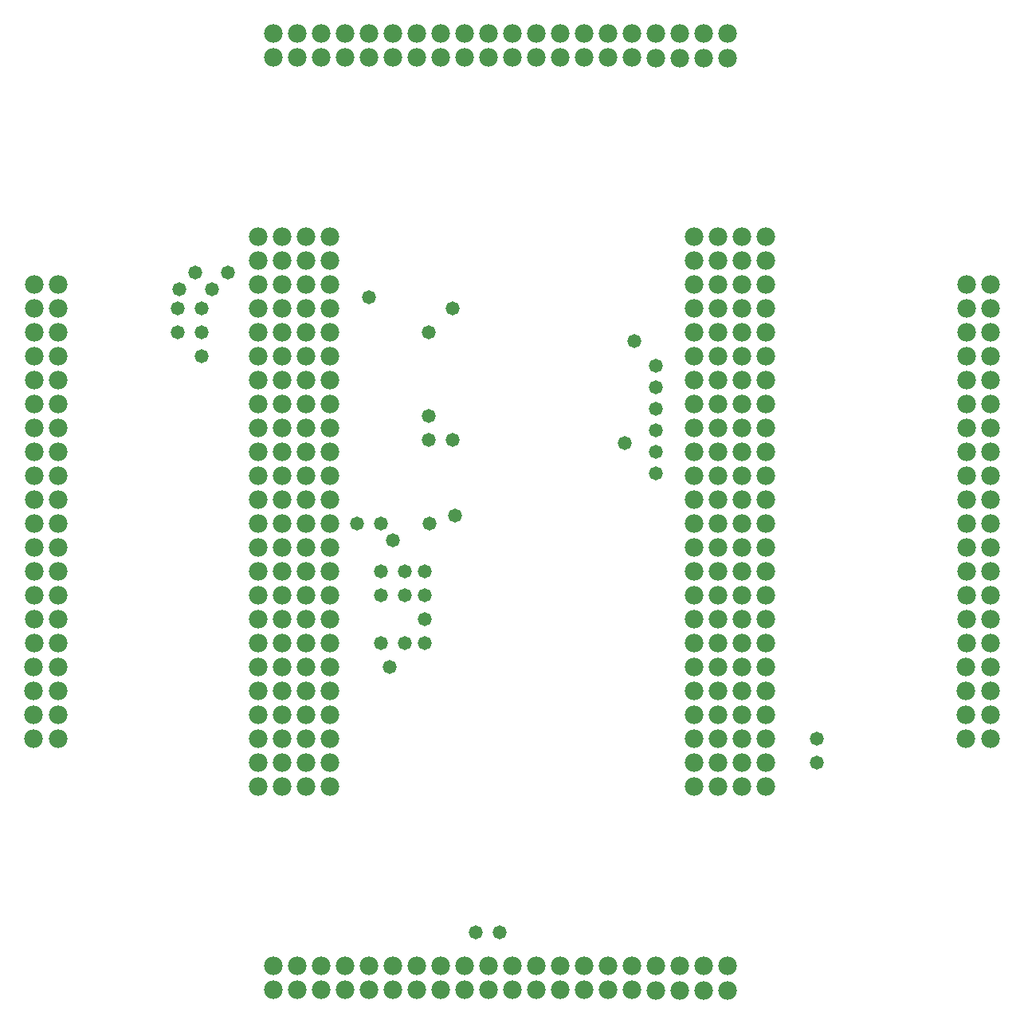
<source format=gts>
%FSLAX25Y25*%
%MOIN*%
G70*
G01*
G75*
G04 Layer_Color=8388736*
%ADD10C,0.00800*%
%ADD11C,0.07000*%
%ADD12C,0.05000*%
%ADD13C,0.01000*%
%ADD14C,0.07800*%
%ADD15C,0.05800*%
D14*
X230000Y50000D02*
D03*
Y60000D02*
D03*
X240000D02*
D03*
Y50000D02*
D03*
X260000D02*
D03*
Y60000D02*
D03*
X250000D02*
D03*
Y50000D02*
D03*
X290000D02*
D03*
Y60000D02*
D03*
X300000D02*
D03*
Y50000D02*
D03*
X280000D02*
D03*
Y60000D02*
D03*
X270000D02*
D03*
Y50000D02*
D03*
X190000D02*
D03*
Y60000D02*
D03*
X200000D02*
D03*
Y50000D02*
D03*
X220000D02*
D03*
Y60000D02*
D03*
X210000D02*
D03*
Y50000D02*
D03*
X170000D02*
D03*
Y60000D02*
D03*
X180000D02*
D03*
Y50000D02*
D03*
X160000D02*
D03*
Y60000D02*
D03*
X150000D02*
D03*
Y50000D02*
D03*
X330000Y49916D02*
D03*
Y60000D02*
D03*
X340000D02*
D03*
Y49916D02*
D03*
X320000D02*
D03*
Y60000D02*
D03*
X310000D02*
D03*
Y49916D02*
D03*
X230000Y440000D02*
D03*
Y450000D02*
D03*
X240000D02*
D03*
Y440000D02*
D03*
X260000D02*
D03*
Y450000D02*
D03*
X250000D02*
D03*
Y440000D02*
D03*
X290000D02*
D03*
Y450000D02*
D03*
X300000D02*
D03*
Y440000D02*
D03*
X280000D02*
D03*
Y450000D02*
D03*
X270000D02*
D03*
Y440000D02*
D03*
X190000D02*
D03*
Y450000D02*
D03*
X200000D02*
D03*
Y440000D02*
D03*
X220000D02*
D03*
Y450000D02*
D03*
X210000D02*
D03*
Y440000D02*
D03*
X170000D02*
D03*
Y450000D02*
D03*
X180000D02*
D03*
Y440000D02*
D03*
X160000D02*
D03*
Y450000D02*
D03*
X150000D02*
D03*
Y440000D02*
D03*
X330000Y439917D02*
D03*
Y450000D02*
D03*
X340000D02*
D03*
Y439917D02*
D03*
X320000D02*
D03*
Y450000D02*
D03*
X310000D02*
D03*
Y439917D02*
D03*
X440000Y265000D02*
D03*
X450000D02*
D03*
Y255000D02*
D03*
X440000D02*
D03*
Y235000D02*
D03*
X450000D02*
D03*
Y245000D02*
D03*
X440000D02*
D03*
Y205000D02*
D03*
X450000D02*
D03*
Y195000D02*
D03*
X440000D02*
D03*
Y215000D02*
D03*
X450000D02*
D03*
Y225000D02*
D03*
X440000D02*
D03*
Y305000D02*
D03*
X450000D02*
D03*
Y295000D02*
D03*
X440000D02*
D03*
Y275000D02*
D03*
X450000D02*
D03*
Y285000D02*
D03*
X440000D02*
D03*
Y325000D02*
D03*
X450000D02*
D03*
Y315000D02*
D03*
X440000D02*
D03*
Y335000D02*
D03*
X450000D02*
D03*
Y345000D02*
D03*
X440000D02*
D03*
X439917Y165000D02*
D03*
X450000D02*
D03*
Y155000D02*
D03*
X439917D02*
D03*
Y175000D02*
D03*
X450000D02*
D03*
Y185000D02*
D03*
X439917D02*
D03*
X50000Y265000D02*
D03*
X60000D02*
D03*
Y255000D02*
D03*
X50000D02*
D03*
Y235000D02*
D03*
X60000D02*
D03*
Y245000D02*
D03*
X50000D02*
D03*
Y205000D02*
D03*
X60000D02*
D03*
Y195000D02*
D03*
X50000D02*
D03*
Y215000D02*
D03*
X60000D02*
D03*
Y225000D02*
D03*
X50000D02*
D03*
Y305000D02*
D03*
X60000D02*
D03*
Y295000D02*
D03*
X50000D02*
D03*
Y275000D02*
D03*
X60000D02*
D03*
Y285000D02*
D03*
X50000D02*
D03*
Y325000D02*
D03*
X60000D02*
D03*
Y315000D02*
D03*
X50000D02*
D03*
Y335000D02*
D03*
X60000D02*
D03*
Y345000D02*
D03*
X50000D02*
D03*
X49916Y165000D02*
D03*
X60000D02*
D03*
Y155000D02*
D03*
X49916D02*
D03*
Y175000D02*
D03*
X60000D02*
D03*
Y185000D02*
D03*
X49916D02*
D03*
X336280Y215000D02*
D03*
X326279D02*
D03*
Y225000D02*
D03*
X336280D02*
D03*
Y245000D02*
D03*
X326279D02*
D03*
Y235000D02*
D03*
X336280D02*
D03*
Y275000D02*
D03*
X326279D02*
D03*
Y285000D02*
D03*
X336280D02*
D03*
Y265000D02*
D03*
X326279D02*
D03*
Y255000D02*
D03*
X336280D02*
D03*
Y175000D02*
D03*
X326279D02*
D03*
X326279Y185000D02*
D03*
X336280D02*
D03*
Y205000D02*
D03*
X326279D02*
D03*
X326279Y195000D02*
D03*
X336280D02*
D03*
Y155000D02*
D03*
X326279D02*
D03*
X326279Y165000D02*
D03*
X336280D02*
D03*
Y145000D02*
D03*
X326279D02*
D03*
X326279Y135000D02*
D03*
X336280D02*
D03*
Y335000D02*
D03*
X326279D02*
D03*
Y345000D02*
D03*
X336280D02*
D03*
Y365000D02*
D03*
X326279D02*
D03*
Y355000D02*
D03*
X336280D02*
D03*
Y315000D02*
D03*
X326279D02*
D03*
Y325000D02*
D03*
X336280D02*
D03*
Y305000D02*
D03*
X326279D02*
D03*
Y295000D02*
D03*
X336280D02*
D03*
X153720Y215000D02*
D03*
X143720D02*
D03*
Y225000D02*
D03*
X153720D02*
D03*
Y245000D02*
D03*
X143720D02*
D03*
Y235000D02*
D03*
X153720D02*
D03*
Y275000D02*
D03*
X143720D02*
D03*
Y285000D02*
D03*
X153720D02*
D03*
Y265000D02*
D03*
X143720D02*
D03*
Y255000D02*
D03*
X153720D02*
D03*
Y175000D02*
D03*
X143720D02*
D03*
X143720Y185000D02*
D03*
X153720D02*
D03*
Y205000D02*
D03*
X143720D02*
D03*
X143720Y195000D02*
D03*
X153720D02*
D03*
Y155000D02*
D03*
X143720D02*
D03*
X143720Y165000D02*
D03*
X153720D02*
D03*
Y145000D02*
D03*
X143720D02*
D03*
X143720Y135000D02*
D03*
X153720D02*
D03*
Y335000D02*
D03*
X143720D02*
D03*
Y345000D02*
D03*
X153720D02*
D03*
Y365000D02*
D03*
X143720D02*
D03*
Y355000D02*
D03*
X153720D02*
D03*
Y315000D02*
D03*
X143720D02*
D03*
Y325000D02*
D03*
X153720D02*
D03*
Y305000D02*
D03*
X143720D02*
D03*
Y295000D02*
D03*
X153720D02*
D03*
X356279D02*
D03*
X346280D02*
D03*
Y305000D02*
D03*
X356279D02*
D03*
Y325000D02*
D03*
X346280D02*
D03*
Y315000D02*
D03*
X356279D02*
D03*
Y355000D02*
D03*
X346280D02*
D03*
Y365000D02*
D03*
X356279D02*
D03*
Y345000D02*
D03*
X346280D02*
D03*
Y335000D02*
D03*
X356279D02*
D03*
Y135000D02*
D03*
X346280D02*
D03*
X346280Y145000D02*
D03*
X356279D02*
D03*
Y165000D02*
D03*
X346280D02*
D03*
X346280Y155000D02*
D03*
X356279D02*
D03*
Y195000D02*
D03*
X346280D02*
D03*
X346280Y205000D02*
D03*
X356279D02*
D03*
Y185000D02*
D03*
X346280D02*
D03*
X346280Y175000D02*
D03*
X356279D02*
D03*
Y255000D02*
D03*
X346280D02*
D03*
Y265000D02*
D03*
X356279D02*
D03*
Y285000D02*
D03*
X346280D02*
D03*
Y275000D02*
D03*
X356279D02*
D03*
Y235000D02*
D03*
X346280D02*
D03*
Y245000D02*
D03*
X356279D02*
D03*
Y225000D02*
D03*
X346280D02*
D03*
Y215000D02*
D03*
X356279D02*
D03*
X173721Y295000D02*
D03*
X163721D02*
D03*
Y305000D02*
D03*
X173721D02*
D03*
Y325000D02*
D03*
X163721D02*
D03*
Y315000D02*
D03*
X173721D02*
D03*
Y355000D02*
D03*
X163721D02*
D03*
Y365000D02*
D03*
X173721D02*
D03*
Y345000D02*
D03*
X163721D02*
D03*
Y335000D02*
D03*
X173721D02*
D03*
Y135000D02*
D03*
X163721D02*
D03*
X163721Y145000D02*
D03*
X173721D02*
D03*
Y165000D02*
D03*
X163721D02*
D03*
X163721Y155000D02*
D03*
X173721D02*
D03*
Y195000D02*
D03*
X163721D02*
D03*
X163721Y205000D02*
D03*
X173721D02*
D03*
Y185000D02*
D03*
X163721D02*
D03*
X163721Y175000D02*
D03*
X173721D02*
D03*
X163721Y255000D02*
D03*
Y265000D02*
D03*
X173721D02*
D03*
Y285000D02*
D03*
X163721D02*
D03*
Y275000D02*
D03*
X173721D02*
D03*
Y235000D02*
D03*
X163721D02*
D03*
Y245000D02*
D03*
X173721D02*
D03*
Y225000D02*
D03*
X163721D02*
D03*
Y215000D02*
D03*
X173721D02*
D03*
Y255000D02*
D03*
D15*
X377500Y145000D02*
D03*
Y155000D02*
D03*
X244800Y74000D02*
D03*
X297300Y278900D02*
D03*
X310000Y266000D02*
D03*
Y275000D02*
D03*
Y284000D02*
D03*
Y293000D02*
D03*
X301000Y321500D02*
D03*
X310000Y302000D02*
D03*
Y311000D02*
D03*
X120000Y315000D02*
D03*
X124500Y343100D02*
D03*
X110800D02*
D03*
X117500Y350000D02*
D03*
X131200D02*
D03*
X120000Y335000D02*
D03*
X110000D02*
D03*
Y325000D02*
D03*
X120000D02*
D03*
X195000Y195000D02*
D03*
X205000D02*
D03*
X213500D02*
D03*
Y205000D02*
D03*
Y215000D02*
D03*
X205000D02*
D03*
X195000D02*
D03*
X213500Y225000D02*
D03*
X195000Y245000D02*
D03*
X205000Y225000D02*
D03*
X195000D02*
D03*
X215500Y245000D02*
D03*
X198800Y185200D02*
D03*
X200000Y238000D02*
D03*
X185000Y245000D02*
D03*
X226000Y248400D02*
D03*
X215000Y280000D02*
D03*
X225000D02*
D03*
Y335000D02*
D03*
X215000Y290000D02*
D03*
Y325100D02*
D03*
X190200Y339800D02*
D03*
X234800Y74000D02*
D03*
M02*

</source>
